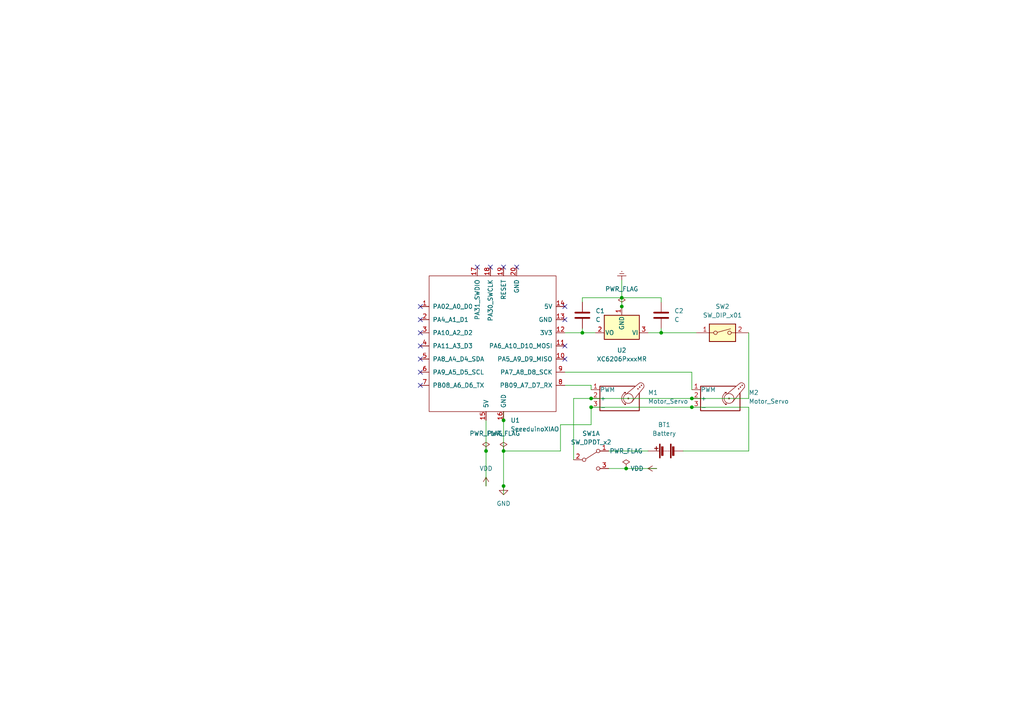
<source format=kicad_sch>
(kicad_sch (version 20211123) (generator eeschema)
  (paper "A4")
  (lib_symbols
    (symbol "Device:Battery" (pin_numbers hide) (pin_names (offset 0) hide)
      (property "Reference" "BT" (at 2.54 2.54 0))
      (property "Value" "Battery" (at 2.54 0 0))
      (symbol "Battery_0_1"
        (rectangle (start -2.032 -1.397) (end 2.032 -1.651) (fill (type outline)))
        (rectangle (start -2.032 1.778) (end 2.032 1.524) (fill (type outline)))
        (rectangle (start -1.3208 -1.9812) (end 1.27 -2.4892) (fill (type outline)))
        (rectangle (start -1.3208 1.1938) (end 1.27 0.6858) (fill (type outline)))
        (polyline (pts (xy 0 -1.524) (xy 0 -1.27)))
        (polyline (pts (xy 0 -1.016) (xy 0 -0.762)))
        (polyline (pts (xy 0 -0.508) (xy 0 -0.254)))
        (polyline (pts (xy 0 0) (xy 0 0.254)))
        (polyline (pts (xy 0 0.508) (xy 0 0.762)))
        (polyline (pts (xy 0 1.778) (xy 0 2.54)))
        (polyline (pts (xy 0.254 2.667) (xy 1.27 2.667)) (stroke (width 0.254)))
        (polyline (pts (xy 0.762 3.175) (xy 0.762 2.159)) (stroke (width 0.254)))
      )
      (symbol "Battery_1_1"
        (pin passive line (at 0 5.08 270) (length 2.54) (name "+") (number "1"))
        (pin passive line (at 0 -5.08 90) (length 2.54) (name "-") (number "2"))
      )
    )
    (symbol "Device:C" (pin_numbers hide) (pin_names (offset 0.254))
      (property "Reference" "C" (at 0.635 2.54 0))
      (property "Value" "C" (at 0.635 -2.54 0))
      (symbol "C_0_1"
        (polyline (pts (xy -2.032 -0.762) (xy 2.032 -0.762)) (stroke (width 0.508)))
        (polyline (pts (xy -2.032 0.762) (xy 2.032 0.762)) (stroke (width 0.508)))
      )
      (symbol "C_1_1"
        (pin passive line (at 0 3.81 270) (length 2.794) (name "~") (number "1"))
        (pin passive line (at 0 -3.81 90) (length 2.794) (name "~") (number "2"))
      )
    )
    (symbol "Motor:Motor_Servo" (pin_names (offset 0.0254))
      (property "Reference" "M" (at -5.08 4.445 0))
      (property "Value" "Motor_Servo" (at -5.08 -4.064 0))
      (symbol "Motor_Servo_0_1"
        (polyline (pts (xy 2.413 -1.778) (xy 2.032 -1.778)))
        (polyline (pts (xy 2.413 -1.778) (xy 2.286 -1.397)))
        (polyline (pts (xy 2.413 1.778) (xy 1.905 1.778)))
        (polyline (pts (xy 2.413 1.778) (xy 2.286 1.397)))
        (polyline (pts (xy 6.35 4.445) (xy 2.54 1.27)))
        (polyline (pts (xy 7.62 3.175) (xy 4.191 -1.016)))
        (polyline (pts (xy 5.08 3.556) (xy -5.08 3.556) (xy -5.08 -3.556) (xy 6.35 -3.556) (xy 6.35 1.524)) (stroke (width 0.254)))
        (arc (start 2.413 1.778) (mid 1.2406 0) (end 2.413 -1.778))
        (circle (center 3.175 0) (radius 0.1778))
        (circle (center 3.175 0) (radius 1.4224))
        (circle (center 5.969 2.794) (radius 0.127))
        (circle (center 6.477 3.302) (radius 0.127))
        (circle (center 6.985 3.81) (radius 0.127))
        (arc (start 7.62 3.175) (mid 7.4485 4.2735) (end 6.35 4.445))
      )
      (symbol "Motor_Servo_1_1"
        (pin passive line (at -7.62 2.54 0) (length 2.54) (name "PWM") (number "1"))
        (pin passive line (at -7.62 0 0) (length 2.54) (name "+") (number "2"))
        (pin passive line (at -7.62 -2.54 0) (length 2.54) (name "-") (number "3"))
      )
    )
    (symbol "Regulator_Linear:XC6206PxxxMR" (pin_names (offset 0.254))
      (property "Reference" "U" (at -3.81 3.175 0))
      (property "Value" "XC6206PxxxMR" (at 0 3.175 0))
      (symbol "XC6206PxxxMR_0_1"
        (rectangle (start -5.08 1.905) (end 5.08 -5.08) (stroke (width 0.254)) (fill (type background)))
      )
      (symbol "XC6206PxxxMR_1_1"
        (pin power_in line (at 0 -7.62 90) (length 2.54) (name "GND") (number "1"))
        (pin power_out line (at 7.62 0 180) (length 2.54) (name "VO") (number "2"))
        (pin power_in line (at -7.62 0 0) (length 2.54) (name "VI") (number "3"))
      )
    )
    (symbol "Seeeduino XIAO:SeeeduinoXIAO" (pin_names (offset 1.016))
      (property "Reference" "U" (at -19.05 22.86 0))
      (property "Value" "SeeeduinoXIAO" (at -12.7 21.59 0))
      (symbol "SeeeduinoXIAO_0_1"
        (rectangle (start -19.05 20.32) (end 17.78 -19.05))
      )
      (symbol "SeeeduinoXIAO_1_1"
        (pin unspecified line (at -21.59 11.43 0) (length 2.54) (name "PA02_A0_D0") (number "1"))
        (pin unspecified line (at 20.32 -3.81 180) (length 2.54) (name "PA5_A9_D9_MISO") (number "10"))
        (pin unspecified line (at 20.32 0 180) (length 2.54) (name "PA6_A10_D10_MOSI") (number "11"))
        (pin unspecified line (at 20.32 3.81 180) (length 2.54) (name "3V3") (number "12"))
        (pin unspecified line (at 20.32 7.62 180) (length 2.54) (name "GND") (number "13"))
        (pin unspecified line (at 20.32 11.43 180) (length 2.54) (name "5V") (number "14"))
        (pin input line (at -2.54 -21.59 90) (length 2.54) (name "5V") (number "15"))
        (pin input line (at 2.54 -21.59 90) (length 2.54) (name "GND") (number "16"))
        (pin input line (at -5.08 22.86 270) (length 2.54) (name "PA31_SWDIO") (number "17"))
        (pin input line (at -1.27 22.86 270) (length 2.54) (name "PA30_SWCLK") (number "18"))
        (pin input line (at 2.54 22.86 270) (length 2.54) (name "RESET") (number "19"))
        (pin unspecified line (at -21.59 7.62 0) (length 2.54) (name "PA4_A1_D1") (number "2"))
        (pin input line (at 6.35 22.86 270) (length 2.54) (name "GND") (number "20"))
        (pin unspecified line (at -21.59 3.81 0) (length 2.54) (name "PA10_A2_D2") (number "3"))
        (pin unspecified line (at -21.59 0 0) (length 2.54) (name "PA11_A3_D3") (number "4"))
        (pin unspecified line (at -21.59 -3.81 0) (length 2.54) (name "PA8_A4_D4_SDA") (number "5"))
        (pin unspecified line (at -21.59 -7.62 0) (length 2.54) (name "PA9_A5_D5_SCL") (number "6"))
        (pin unspecified line (at -21.59 -11.43 0) (length 2.54) (name "PB08_A6_D6_TX") (number "7"))
        (pin unspecified line (at 20.32 -11.43 180) (length 2.54) (name "PB09_A7_D7_RX") (number "8"))
        (pin unspecified line (at 20.32 -7.62 180) (length 2.54) (name "PA7_A8_D8_SCK") (number "9"))
      )
    )
    (symbol "Switch:SW_DIP_x01" (pin_names (offset 0) hide)
      (property "Reference" "SW" (at 0 3.81 0))
      (property "Value" "SW_DIP_x01" (at 0 -3.81 0))
      (symbol "SW_DIP_x01_0_0"
        (circle (center -2.032 0) (radius 0.508))
        (polyline (pts (xy -1.524 0.127) (xy 2.3622 1.1684)))
        (circle (center 2.032 0) (radius 0.508))
      )
      (symbol "SW_DIP_x01_0_1"
        (rectangle (start -3.81 2.54) (end 3.81 -2.54) (stroke (width 0.254)) (fill (type background)))
      )
      (symbol "SW_DIP_x01_1_1"
        (pin passive line (at -7.62 0 0) (length 5.08) (name "~") (number "1"))
        (pin passive line (at 7.62 0 180) (length 5.08) (name "~") (number "2"))
      )
    )
    (symbol "Switch:SW_DPDT_x2" (pin_names (offset 0) hide)
      (property "Reference" "SW" (at 0 4.318 0))
      (property "Value" "SW_DPDT_x2" (at 0 -5.08 0))
      (symbol "SW_DPDT_x2_0_0"
        (circle (center -2.032 0) (radius 0.508))
        (circle (center 2.032 -2.54) (radius 0.508))
      )
      (symbol "SW_DPDT_x2_0_1"
        (polyline (pts (xy -1.524 0.254) (xy 1.651 2.286)))
        (circle (center 2.032 2.54) (radius 0.508))
      )
      (symbol "SW_DPDT_x2_1_1"
        (pin passive line (at 5.08 2.54 180) (length 2.54) (name "A") (number "1"))
        (pin passive line (at -5.08 0 0) (length 2.54) (name "B") (number "2"))
        (pin passive line (at 5.08 -2.54 180) (length 2.54) (name "C") (number "3"))
      )
      (symbol "SW_DPDT_x2_2_1"
        (pin passive line (at 5.08 2.54 180) (length 2.54) (name "A") (number "4"))
        (pin passive line (at -5.08 0 0) (length 2.54) (name "B") (number "5"))
        (pin passive line (at 5.08 -2.54 180) (length 2.54) (name "C") (number "6"))
      )
    )
    (symbol "power:Earth" (power) (pin_names (offset 0))
      (symbol "Earth_0_1"
        (polyline (pts (xy -0.635 -1.905) (xy 0.635 -1.905)))
        (polyline (pts (xy -0.127 -2.54) (xy 0.127 -2.54)))
        (polyline (pts (xy 0 -1.27) (xy 0 0)))
        (polyline (pts (xy 1.27 -1.27) (xy -1.27 -1.27)))
      )
      (symbol "Earth_1_1"
        (pin power_in line (at 0 0 270) (length 0) hide (name "Earth") (number "1"))
      )
    )
    (symbol "power:GND" (power) (pin_names (offset 0))
      (property "Value" "GND" (at 0 -3.81 0))
      (symbol "GND_0_1"
        (polyline (pts (xy 0 0) (xy 0 -1.27) (xy 1.27 -1.27) (xy 0 -2.54) (xy -1.27 -1.27) (xy 0 -1.27)))
      )
      (symbol "GND_1_1"
        (pin power_in line (at 0 0 270) (length 0) hide (name "GND") (number "1"))
      )
    )
    (symbol "power:PWR_FLAG" (power) (pin_numbers hide) (pin_names (offset 0) hide)
      (property "Value" "PWR_FLAG" (at 0 3.81 0))
      (symbol "PWR_FLAG_0_0"
        (pin power_out line (at 0 0 90) (length 0) (name "pwr") (number "1"))
      )
      (symbol "PWR_FLAG_0_1"
        (polyline (pts (xy 0 0) (xy 0 1.27) (xy -1.016 1.905) (xy 0 2.54) (xy 1.016 1.905) (xy 0 1.27)))
      )
    )
    (symbol "power:VDD" (power) (pin_names (offset 0))
      (property "Value" "VDD" (at 0 3.81 0))
      (symbol "VDD_0_1"
        (polyline (pts (xy -0.762 1.27) (xy 0 2.54)))
        (polyline (pts (xy 0 0) (xy 0 2.54)))
        (polyline (pts (xy 0 2.54) (xy 0.762 1.27)))
      )
      (symbol "VDD_1_1"
        (pin power_in line (at 0 0 90) (length 0) hide (name "VDD") (number "1"))
      )
    )
  )
  (junction (at 180.34 86.36))
  (junction (at 171.45 115.57))
  (junction (at 146.05 140.97))
  (junction (at 200.66 118.11))
  (junction (at 181.61 135.89))
  (junction (at 180.34 88.9))
  (junction (at 171.45 118.11))
  (junction (at 191.77 96.52))
  (junction (at 146.05 121.92))
  (junction (at 140.97 130.81))
  (junction (at 200.66 115.57))
  (junction (at 146.05 130.81))
  (junction (at 168.91 96.52))
  (no_connect (at 163.83 92.71))
  (no_connect (at 163.83 88.9))
  (no_connect (at 163.83 100.33))
  (no_connect (at 163.83 104.14))
  (no_connect (at 121.92 111.76))
  (no_connect (at 121.92 88.9))
  (no_connect (at 138.43 77.47))
  (no_connect (at 142.24 77.47))
  (no_connect (at 146.05 77.47))
  (no_connect (at 149.86 77.47))
  (no_connect (at 121.92 92.71))
  (no_connect (at 121.92 96.52))
  (no_connect (at 121.92 100.33))
  (no_connect (at 121.92 104.14))
  (no_connect (at 121.92 107.95))
  (wire (pts (xy 191.77 86.36) (xy 191.77 87.63)))
  (wire (pts (xy 146.05 140.97) (xy 146.05 143.51)))
  (wire (pts (xy 217.17 118.11) (xy 217.17 130.81)))
  (wire (pts (xy 187.96 96.52) (xy 191.77 96.52)))
  (wire (pts (xy 200.66 118.11) (xy 217.17 118.11)))
  (wire (pts (xy 168.91 86.36) (xy 180.34 86.36)))
  (wire (pts (xy 168.91 87.63) (xy 168.91 86.36)))
  (wire (pts (xy 171.45 111.76) (xy 171.45 113.03)))
  (wire (pts (xy 171.45 118.11) (xy 200.66 118.11)))
  (wire (pts (xy 217.17 96.52) (xy 217.17 115.57)))
  (wire (pts (xy 146.05 121.92) (xy 146.05 130.81)))
  (wire (pts (xy 200.66 107.95) (xy 200.66 113.03)))
  (wire (pts (xy 163.83 111.76) (xy 171.45 111.76)))
  (wire (pts (xy 180.34 81.28) (xy 180.34 86.36)))
  (wire (pts (xy 171.45 115.57) (xy 166.37 115.57)))
  (wire (pts (xy 176.53 130.81) (xy 187.96 130.81)))
  (wire (pts (xy 180.34 86.36) (xy 180.34 88.9)))
  (wire (pts (xy 163.83 107.95) (xy 200.66 107.95)))
  (wire (pts (xy 200.66 115.57) (xy 217.17 115.57)))
  (wire (pts (xy 166.37 115.57) (xy 166.37 133.35)))
  (wire (pts (xy 191.77 96.52) (xy 201.93 96.52)))
  (wire (pts (xy 140.97 121.92) (xy 140.97 130.81)))
  (wire (pts (xy 176.53 135.89) (xy 181.61 135.89)))
  (wire (pts (xy 140.97 130.81) (xy 140.97 140.97)))
  (wire (pts (xy 162.56 130.81) (xy 146.05 130.81)))
  (wire (pts (xy 171.45 118.11) (xy 171.45 123.19)))
  (wire (pts (xy 162.56 123.19) (xy 162.56 130.81)))
  (wire (pts (xy 217.17 130.81) (xy 198.12 130.81)))
  (wire (pts (xy 171.45 123.19) (xy 162.56 123.19)))
  (wire (pts (xy 191.77 95.25) (xy 191.77 96.52)))
  (wire (pts (xy 171.45 115.57) (xy 200.66 115.57)))
  (wire (pts (xy 146.05 119.38) (xy 146.05 121.92)))
  (wire (pts (xy 168.91 96.52) (xy 172.72 96.52)))
  (wire (pts (xy 146.05 130.81) (xy 146.05 140.97)))
  (wire (pts (xy 163.83 96.52) (xy 168.91 96.52)))
  (wire (pts (xy 181.61 135.89) (xy 190.5 135.89)))
  (wire (pts (xy 180.34 86.36) (xy 191.77 86.36)))
  (wire (pts (xy 168.91 95.25) (xy 168.91 96.52)))
  (symbol (lib_id "power:PWR_FLAG") (at 146.05 130.81 0) (unit 1)
    (property "Reference" "#FLG0101" (effects hide))
    (property "Value" "PWR_FLAG" (at 146.05 125.73 0))
  )
  (symbol (lib_id "Device:C") (at 168.91 91.44 0) (unit 1)
    (property "Reference" "C1" (at 172.72 90.1699 0) (effects (justify left)))
    (property "Value" "C" (at 172.72 92.7099 0) (effects (justify left)))
  )
  (symbol (lib_id "Regulator_Linear:XC6206PxxxMR") (at 180.34 96.52 180) (unit 1)
    (property "Reference" "U2" (at 180.34 101.6 0))
    (property "Value" "XC6206PxxxMR" (at 180.34 104.14 0))
    (property "Footprint" "Package_TO_SOT_SMD:SOT-23" (effects hide))
    (property "Datasheet" "https://www.torexsemi.com/file/xc6206/XC6206.pdf" (effects hide))
  )
  (symbol (lib_id "power:PWR_FLAG") (at 181.61 135.89 0) (unit 1)
    (property "Reference" "#FLG0104" (effects hide))
    (property "Value" "PWR_FLAG" (at 181.61 130.81 0))
  )
  (symbol (lib_id "Switch:SW_DPDT_x2") (at 171.45 133.35 0) (unit 1)
    (property "Reference" "SW1" (at 171.45 125.73 0))
    (property "Value" "SW_DPDT_x2" (at 171.45 128.27 0))
  )
  (symbol (lib_id "Switch:SW_DIP_x01") (at 209.55 96.52 0) (unit 1)
    (property "Reference" "SW2" (at 209.55 88.9 0))
    (property "Value" "SW_DIP_x01" (at 209.55 91.44 0))
  )
  (symbol (lib_id "power:PWR_FLAG") (at 140.97 130.81 0) (unit 1)
    (property "Reference" "#FLG0103" (effects hide))
    (property "Value" "PWR_FLAG" (at 140.97 125.73 0))
  )
  (symbol (lib_id "Device:Battery") (at 193.04 130.81 90) (unit 1)
    (property "Reference" "BT1" (at 192.659 123.19 90))
    (property "Value" "Battery" (at 192.659 125.73 90))
  )
  (symbol (lib_id "Motor:Motor_Servo") (at 208.28 115.57 0) (unit 1)
    (property "Reference" "M2" (at 217.17 113.8665 0) (effects (justify left)))
    (property "Value" "Motor_Servo" (at 217.17 116.4065 0) (effects (justify left)))
    (property "Datasheet" "http://forums.parallax.com/uploads/attachments/46831/74481.png" (effects hide))
  )
  (symbol (lib_id "power:PWR_FLAG") (at 180.34 88.9 0) (unit 1)
    (property "Reference" "#FLG0102" (effects hide))
    (property "Value" "PWR_FLAG" (at 180.34 83.82 0))
  )
  (symbol (lib_id "Device:C") (at 191.77 91.44 0) (unit 1)
    (property "Reference" "C2" (at 195.58 90.1699 0) (effects (justify left)))
    (property "Value" "C" (at 195.58 92.7099 0) (effects (justify left)))
  )
  (symbol (lib_id "Seeeduino XIAO:SeeeduinoXIAO") (at 143.51 100.33 0) (unit 1)
    (property "Reference" "U1" (at 148.0694 121.92 0) (effects (justify left)))
    (property "Value" "SeeeduinoXIAO" (at 148.0694 124.46 0) (effects (justify left)))
  )
  (symbol (lib_id "Motor:Motor_Servo") (at 179.07 115.57 0) (unit 1)
    (property "Reference" "M1" (at 187.96 113.8665 0) (effects (justify left)))
    (property "Value" "Motor_Servo" (at 187.96 116.4065 0) (effects (justify left)))
    (property "Datasheet" "http://forums.parallax.com/uploads/attachments/46831/74481.png" (effects hide))
  )
  (symbol (lib_id "power:VDD") (at 140.97 140.97 0) (unit 1)
    (property "Reference" "#PWR02" (effects hide))
    (property "Value" "VDD" (at 140.97 135.89 0))
  )
  (symbol (lib_id "power:VDD") (at 190.5 135.89 90) (unit 1)
    (property "Reference" "#PWR0101" (effects hide))
    (property "Value" "VDD" (at 186.69 135.8899 90) (effects (justify left)))
  )
  (symbol (lib_id "power:Earth") (at 180.34 81.28 180) (unit 1)
    (property "Reference" "#PWR01" (effects hide))
    (property "Value" "Earth" (effects hide))
  )
  (symbol (lib_id "power:GND") (at 146.05 140.97 0) (unit 1)
    (property "Reference" "#PWR03" (effects hide))
    (property "Value" "GND" (at 146.05 146.05 0))
  )
)
</source>
